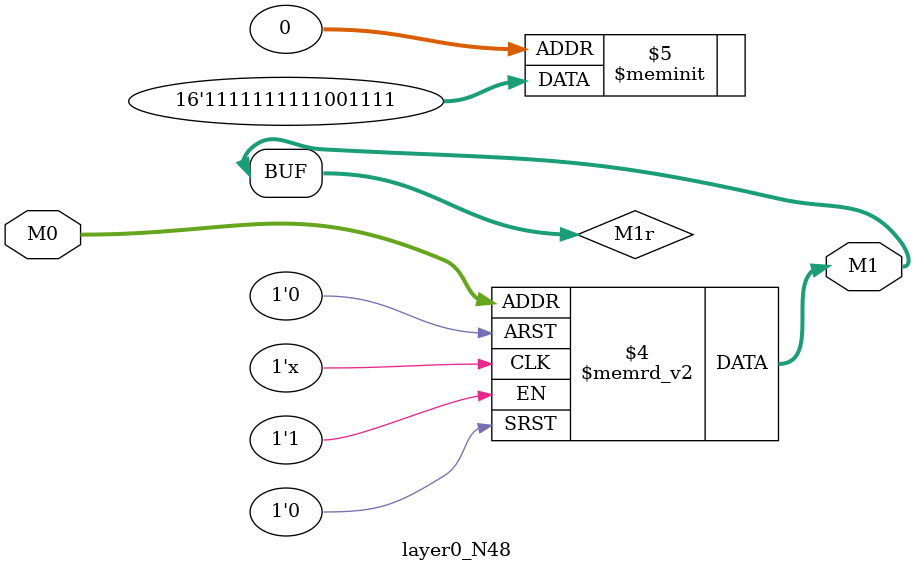
<source format=v>
module layer0_N48 ( input [2:0] M0, output [1:0] M1 );

	(*rom_style = "distributed" *) reg [1:0] M1r;
	assign M1 = M1r;
	always @ (M0) begin
		case (M0)
			3'b000: M1r = 2'b11;
			3'b100: M1r = 2'b11;
			3'b010: M1r = 2'b00;
			3'b110: M1r = 2'b11;
			3'b001: M1r = 2'b11;
			3'b101: M1r = 2'b11;
			3'b011: M1r = 2'b11;
			3'b111: M1r = 2'b11;

		endcase
	end
endmodule

</source>
